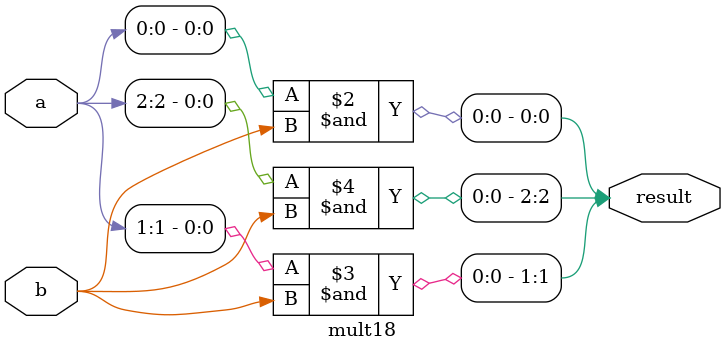
<source format=v>
module mult18(
    input [2:0] a,
    input b,
    output reg [2:0] result
);

always @(*) begin
    result[0] = a[0] & b[0];
    result[1] = a[1] & b[0];
    result[2] = a[2] & b[0];
end

endmodule

</source>
